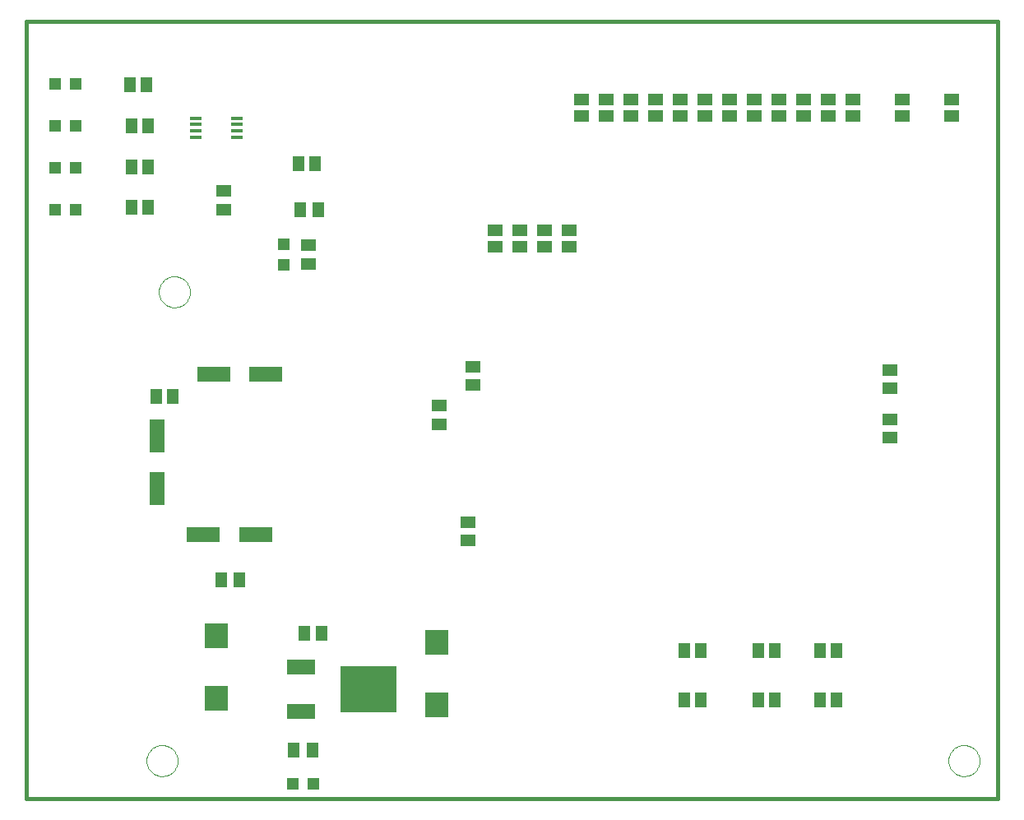
<source format=gtp>
G75*
G70*
%OFA0B0*%
%FSLAX24Y24*%
%IPPOS*%
%LPD*%
%AMOC8*
5,1,8,0,0,1.08239X$1,22.5*
%
%ADD10C,0.0160*%
%ADD11C,0.0000*%
%ADD12R,0.0472X0.0472*%
%ADD13R,0.0630X0.1378*%
%ADD14R,0.0591X0.0512*%
%ADD15R,0.0512X0.0591*%
%ADD16R,0.1378X0.0630*%
%ADD17R,0.1181X0.0630*%
%ADD18R,0.2250X0.1900*%
%ADD19R,0.0945X0.1024*%
%ADD20R,0.0472X0.0118*%
D10*
X001915Y000695D02*
X001915Y032191D01*
X041285Y032191D01*
X041285Y000695D01*
X001915Y000695D01*
D11*
X006785Y002227D02*
X006787Y002277D01*
X006793Y002327D01*
X006803Y002376D01*
X006817Y002424D01*
X006834Y002471D01*
X006855Y002516D01*
X006880Y002560D01*
X006908Y002601D01*
X006940Y002640D01*
X006974Y002677D01*
X007011Y002711D01*
X007051Y002741D01*
X007093Y002768D01*
X007137Y002792D01*
X007183Y002813D01*
X007230Y002829D01*
X007278Y002842D01*
X007328Y002851D01*
X007377Y002856D01*
X007428Y002857D01*
X007478Y002854D01*
X007527Y002847D01*
X007576Y002836D01*
X007624Y002821D01*
X007670Y002803D01*
X007715Y002781D01*
X007758Y002755D01*
X007799Y002726D01*
X007838Y002694D01*
X007874Y002659D01*
X007906Y002621D01*
X007936Y002581D01*
X007963Y002538D01*
X007986Y002494D01*
X008005Y002448D01*
X008021Y002400D01*
X008033Y002351D01*
X008041Y002302D01*
X008045Y002252D01*
X008045Y002202D01*
X008041Y002152D01*
X008033Y002103D01*
X008021Y002054D01*
X008005Y002006D01*
X007986Y001960D01*
X007963Y001916D01*
X007936Y001873D01*
X007906Y001833D01*
X007874Y001795D01*
X007838Y001760D01*
X007799Y001728D01*
X007758Y001699D01*
X007715Y001673D01*
X007670Y001651D01*
X007624Y001633D01*
X007576Y001618D01*
X007527Y001607D01*
X007478Y001600D01*
X007428Y001597D01*
X007377Y001598D01*
X007328Y001603D01*
X007278Y001612D01*
X007230Y001625D01*
X007183Y001641D01*
X007137Y001662D01*
X007093Y001686D01*
X007051Y001713D01*
X007011Y001743D01*
X006974Y001777D01*
X006940Y001814D01*
X006908Y001853D01*
X006880Y001894D01*
X006855Y001938D01*
X006834Y001983D01*
X006817Y002030D01*
X006803Y002078D01*
X006793Y002127D01*
X006787Y002177D01*
X006785Y002227D01*
X007285Y021227D02*
X007287Y021277D01*
X007293Y021327D01*
X007303Y021376D01*
X007317Y021424D01*
X007334Y021471D01*
X007355Y021516D01*
X007380Y021560D01*
X007408Y021601D01*
X007440Y021640D01*
X007474Y021677D01*
X007511Y021711D01*
X007551Y021741D01*
X007593Y021768D01*
X007637Y021792D01*
X007683Y021813D01*
X007730Y021829D01*
X007778Y021842D01*
X007828Y021851D01*
X007877Y021856D01*
X007928Y021857D01*
X007978Y021854D01*
X008027Y021847D01*
X008076Y021836D01*
X008124Y021821D01*
X008170Y021803D01*
X008215Y021781D01*
X008258Y021755D01*
X008299Y021726D01*
X008338Y021694D01*
X008374Y021659D01*
X008406Y021621D01*
X008436Y021581D01*
X008463Y021538D01*
X008486Y021494D01*
X008505Y021448D01*
X008521Y021400D01*
X008533Y021351D01*
X008541Y021302D01*
X008545Y021252D01*
X008545Y021202D01*
X008541Y021152D01*
X008533Y021103D01*
X008521Y021054D01*
X008505Y021006D01*
X008486Y020960D01*
X008463Y020916D01*
X008436Y020873D01*
X008406Y020833D01*
X008374Y020795D01*
X008338Y020760D01*
X008299Y020728D01*
X008258Y020699D01*
X008215Y020673D01*
X008170Y020651D01*
X008124Y020633D01*
X008076Y020618D01*
X008027Y020607D01*
X007978Y020600D01*
X007928Y020597D01*
X007877Y020598D01*
X007828Y020603D01*
X007778Y020612D01*
X007730Y020625D01*
X007683Y020641D01*
X007637Y020662D01*
X007593Y020686D01*
X007551Y020713D01*
X007511Y020743D01*
X007474Y020777D01*
X007440Y020814D01*
X007408Y020853D01*
X007380Y020894D01*
X007355Y020938D01*
X007334Y020983D01*
X007317Y021030D01*
X007303Y021078D01*
X007293Y021127D01*
X007287Y021177D01*
X007285Y021227D01*
X039285Y002227D02*
X039287Y002277D01*
X039293Y002327D01*
X039303Y002376D01*
X039317Y002424D01*
X039334Y002471D01*
X039355Y002516D01*
X039380Y002560D01*
X039408Y002601D01*
X039440Y002640D01*
X039474Y002677D01*
X039511Y002711D01*
X039551Y002741D01*
X039593Y002768D01*
X039637Y002792D01*
X039683Y002813D01*
X039730Y002829D01*
X039778Y002842D01*
X039828Y002851D01*
X039877Y002856D01*
X039928Y002857D01*
X039978Y002854D01*
X040027Y002847D01*
X040076Y002836D01*
X040124Y002821D01*
X040170Y002803D01*
X040215Y002781D01*
X040258Y002755D01*
X040299Y002726D01*
X040338Y002694D01*
X040374Y002659D01*
X040406Y002621D01*
X040436Y002581D01*
X040463Y002538D01*
X040486Y002494D01*
X040505Y002448D01*
X040521Y002400D01*
X040533Y002351D01*
X040541Y002302D01*
X040545Y002252D01*
X040545Y002202D01*
X040541Y002152D01*
X040533Y002103D01*
X040521Y002054D01*
X040505Y002006D01*
X040486Y001960D01*
X040463Y001916D01*
X040436Y001873D01*
X040406Y001833D01*
X040374Y001795D01*
X040338Y001760D01*
X040299Y001728D01*
X040258Y001699D01*
X040215Y001673D01*
X040170Y001651D01*
X040124Y001633D01*
X040076Y001618D01*
X040027Y001607D01*
X039978Y001600D01*
X039928Y001597D01*
X039877Y001598D01*
X039828Y001603D01*
X039778Y001612D01*
X039730Y001625D01*
X039683Y001641D01*
X039637Y001662D01*
X039593Y001686D01*
X039551Y001713D01*
X039511Y001743D01*
X039474Y001777D01*
X039440Y001814D01*
X039408Y001853D01*
X039380Y001894D01*
X039355Y001938D01*
X039334Y001983D01*
X039317Y002030D01*
X039303Y002078D01*
X039293Y002127D01*
X039287Y002177D01*
X039285Y002227D01*
D12*
X013549Y001286D03*
X012722Y001286D03*
X012348Y022329D03*
X012348Y023156D03*
X003919Y024573D03*
X003092Y024573D03*
X003092Y026270D03*
X003919Y026270D03*
X003919Y027967D03*
X003092Y027967D03*
X003092Y029664D03*
X003919Y029664D03*
D13*
X007206Y015396D03*
X007206Y013270D03*
D14*
X018647Y015873D03*
X018647Y016621D03*
X020025Y017447D03*
X020025Y018195D03*
X020915Y023061D03*
X020915Y023730D03*
X021915Y023730D03*
X021915Y023061D03*
X022915Y023061D03*
X022915Y023730D03*
X023915Y023730D03*
X023915Y023061D03*
X024415Y028361D03*
X024415Y029030D03*
X025415Y029030D03*
X025415Y028361D03*
X026415Y028361D03*
X026415Y029030D03*
X027415Y029030D03*
X027415Y028361D03*
X028415Y028361D03*
X028415Y029030D03*
X029415Y029030D03*
X029415Y028361D03*
X030415Y028361D03*
X030415Y029030D03*
X031415Y029030D03*
X031415Y028361D03*
X032415Y028361D03*
X032415Y029030D03*
X033415Y029030D03*
X033415Y028361D03*
X034415Y028361D03*
X034415Y029030D03*
X035415Y029030D03*
X035415Y028361D03*
X037415Y028361D03*
X037415Y029030D03*
X039415Y029030D03*
X039415Y028361D03*
X036915Y018069D03*
X036915Y017321D03*
X036915Y016069D03*
X036915Y015321D03*
X019828Y011896D03*
X019828Y011148D03*
X013332Y022369D03*
X013332Y023117D03*
X009921Y024568D03*
X009921Y025316D03*
D15*
X006836Y024652D03*
X006167Y024652D03*
X006167Y026302D03*
X006836Y026302D03*
X006836Y027951D03*
X006167Y027951D03*
X006108Y029632D03*
X006777Y029632D03*
X012943Y026424D03*
X013612Y026424D03*
X013763Y024546D03*
X013015Y024546D03*
X007844Y016990D03*
X007175Y016990D03*
X009809Y009554D03*
X010557Y009554D03*
X013194Y007388D03*
X013864Y007388D03*
X013506Y002664D03*
X012758Y002664D03*
X028580Y004695D03*
X029250Y004695D03*
X029250Y006695D03*
X028580Y006695D03*
X031580Y006695D03*
X032250Y006695D03*
X034080Y006695D03*
X034750Y006695D03*
X034750Y004695D03*
X034080Y004695D03*
X032250Y004695D03*
X031580Y004695D03*
D16*
X011628Y017892D03*
X009502Y017892D03*
X009074Y011377D03*
X011200Y011377D03*
D17*
X013055Y006029D03*
X013055Y004234D03*
D18*
X015771Y005131D03*
D19*
X018540Y004499D03*
X018540Y007018D03*
X009602Y007282D03*
X009602Y004762D03*
D20*
X008792Y027505D03*
X008792Y027761D03*
X008792Y028017D03*
X008792Y028273D03*
X010455Y028273D03*
X010455Y028017D03*
X010455Y027761D03*
X010455Y027505D03*
M02*

</source>
